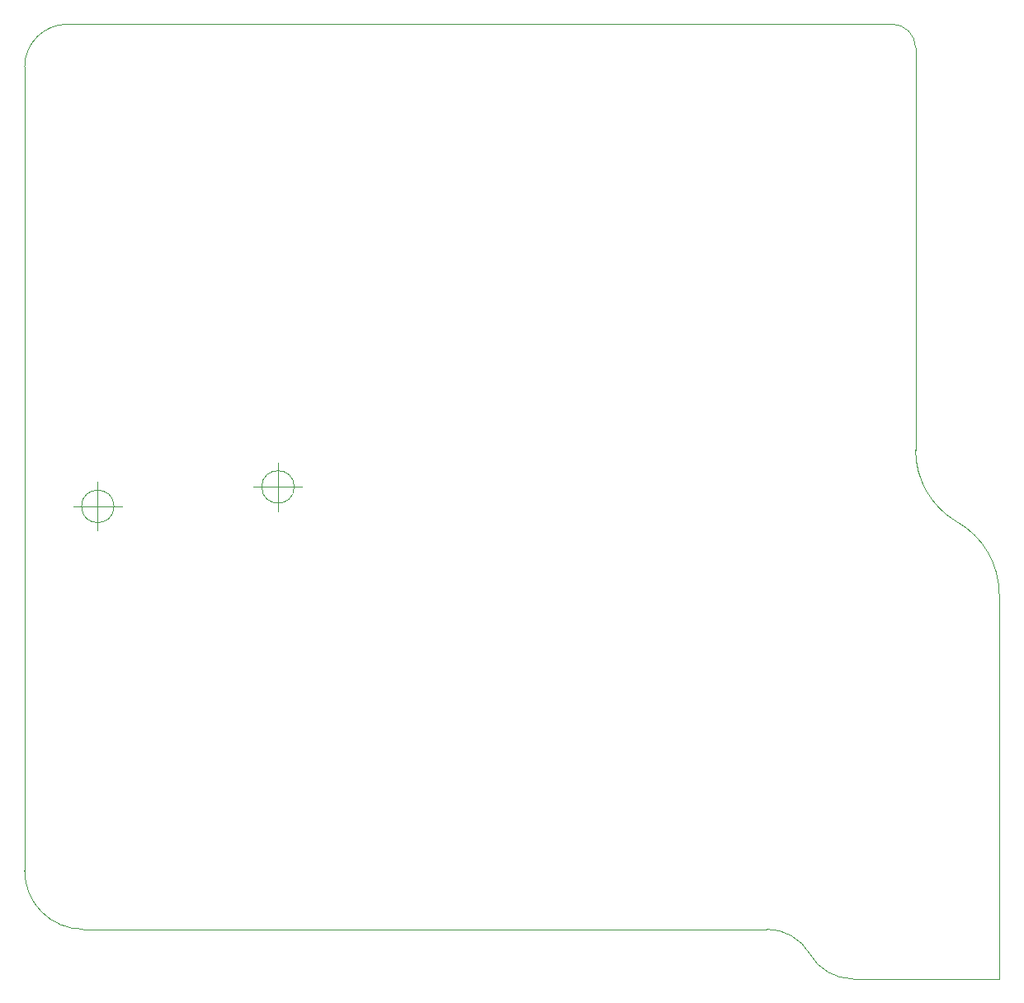
<source format=gbr>
G04 #@! TF.GenerationSoftware,KiCad,Pcbnew,5.1.4-e60b266~84~ubuntu19.04.1*
G04 #@! TF.CreationDate,2019-12-12T22:12:58-06:00*
G04 #@! TF.ProjectId,fissure,66697373-7572-4652-9e6b-696361645f70,rev?*
G04 #@! TF.SameCoordinates,Original*
G04 #@! TF.FileFunction,Profile,NP*
%FSLAX46Y46*%
G04 Gerber Fmt 4.6, Leading zero omitted, Abs format (unit mm)*
G04 Created by KiCad (PCBNEW 5.1.4-e60b266~84~ubuntu19.04.1) date 2019-12-12 22:12:58*
%MOMM*%
%LPD*%
G04 APERTURE LIST*
%ADD10C,0.050000*%
G04 APERTURE END LIST*
D10*
X124567673Y-132188609D02*
G75*
G03X120156959Y-129649000I-4410714J-2560391D01*
G01*
X124567000Y-132189000D02*
G75*
G03X128988870Y-134747925I4421870J2541075D01*
G01*
X132985684Y-36747684D02*
G75*
G02X135417000Y-39179000I0J-2431316D01*
G01*
X135417535Y-80467061D02*
X135417000Y-39179000D01*
X139619379Y-87808678D02*
G75*
G02X135417535Y-80467061I4312849J7341617D01*
G01*
X139620160Y-87807349D02*
G75*
G02X143997000Y-95249000I-4137853J-7441651D01*
G01*
X43997000Y-41149000D02*
G75*
G02X48397000Y-36749000I4400000J0D01*
G01*
X49997000Y-129649000D02*
G75*
G02X43997000Y-123649000I0J6000000D01*
G01*
X132985684Y-36747684D02*
X48397000Y-36749000D01*
X65297000Y-129649000D02*
X49997000Y-129649000D01*
X65297000Y-129649000D02*
X120156959Y-129649000D01*
X43997000Y-41149000D02*
X43997000Y-123649000D01*
X143997000Y-134749000D02*
X143997000Y-95249000D01*
X128988870Y-134747925D02*
X143997000Y-134749000D01*
X71663666Y-84249000D02*
G75*
G03X71663666Y-84249000I-1666666J0D01*
G01*
X67497000Y-84249000D02*
X72497000Y-84249000D01*
X69997000Y-81749000D02*
X69997000Y-86749000D01*
X53163666Y-86249000D02*
G75*
G03X53163666Y-86249000I-1666666J0D01*
G01*
X48997000Y-86249000D02*
X53997000Y-86249000D01*
X51497000Y-83749000D02*
X51497000Y-88749000D01*
M02*

</source>
